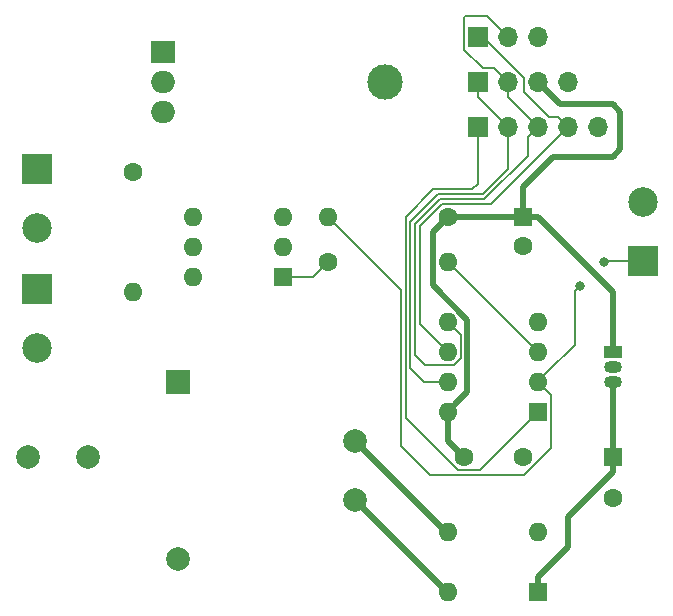
<source format=gtl>
G04 #@! TF.GenerationSoftware,KiCad,Pcbnew,5.0.0+dfsg1-2~bpo9+1*
G04 #@! TF.CreationDate,2018-10-31T22:12:08+01:00*
G04 #@! TF.ProjectId,minipid,6D696E697069642E6B696361645F7063,rev?*
G04 #@! TF.SameCoordinates,Original*
G04 #@! TF.FileFunction,Copper,L1,Top,Signal*
G04 #@! TF.FilePolarity,Positive*
%FSLAX46Y46*%
G04 Gerber Fmt 4.6, Leading zero omitted, Abs format (unit mm)*
G04 Created by KiCad (PCBNEW 5.0.0+dfsg1-2~bpo9+1) date Wed Oct 31 22:12:08 2018*
%MOMM*%
%LPD*%
G01*
G04 APERTURE LIST*
G04 #@! TA.AperFunction,ComponentPad*
%ADD10C,2.000000*%
G04 #@! TD*
G04 #@! TA.AperFunction,ComponentPad*
%ADD11R,2.000000X2.000000*%
G04 #@! TD*
G04 #@! TA.AperFunction,ComponentPad*
%ADD12C,3.000000*%
G04 #@! TD*
G04 #@! TA.AperFunction,ComponentPad*
%ADD13O,1.600000X1.600000*%
G04 #@! TD*
G04 #@! TA.AperFunction,ComponentPad*
%ADD14R,1.600000X1.600000*%
G04 #@! TD*
G04 #@! TA.AperFunction,ComponentPad*
%ADD15R,2.000000X1.905000*%
G04 #@! TD*
G04 #@! TA.AperFunction,ComponentPad*
%ADD16O,2.000000X1.905000*%
G04 #@! TD*
G04 #@! TA.AperFunction,ComponentPad*
%ADD17O,1.500000X1.050000*%
G04 #@! TD*
G04 #@! TA.AperFunction,ComponentPad*
%ADD18R,1.500000X1.050000*%
G04 #@! TD*
G04 #@! TA.AperFunction,ComponentPad*
%ADD19C,1.600000*%
G04 #@! TD*
G04 #@! TA.AperFunction,ComponentPad*
%ADD20R,2.500000X2.500000*%
G04 #@! TD*
G04 #@! TA.AperFunction,ComponentPad*
%ADD21C,2.500000*%
G04 #@! TD*
G04 #@! TA.AperFunction,ComponentPad*
%ADD22R,1.700000X1.700000*%
G04 #@! TD*
G04 #@! TA.AperFunction,ComponentPad*
%ADD23O,1.700000X1.700000*%
G04 #@! TD*
G04 #@! TA.AperFunction,ViaPad*
%ADD24C,0.800000*%
G04 #@! TD*
G04 #@! TA.AperFunction,Conductor*
%ADD25C,0.500000*%
G04 #@! TD*
G04 #@! TA.AperFunction,Conductor*
%ADD26C,0.200000*%
G04 #@! TD*
G04 APERTURE END LIST*
D10*
G04 #@! TO.P,TR1,7*
G04 #@! TO.N,Net-(D1-Pad3)*
X81510000Y-128410000D03*
G04 #@! TO.P,TR1,6*
G04 #@! TO.N,Net-(D1-Pad4)*
X81510000Y-133410000D03*
G04 #@! TO.P,TR1,4*
G04 #@! TO.N,Net-(F1-Pad2)*
X66510000Y-138410000D03*
D11*
G04 #@! TO.P,TR1,1*
G04 #@! TO.N,Net-(J1-Pad1)*
X66510000Y-123410000D03*
G04 #@! TD*
D12*
G04 #@! TO.P,HS1,1*
G04 #@! TO.N,Net-(HS1-Pad1)*
X84036000Y-98010000D03*
G04 #@! TD*
D13*
G04 #@! TO.P,D1,4*
G04 #@! TO.N,Net-(D1-Pad4)*
X89370000Y-141190000D03*
G04 #@! TO.P,D1,2*
G04 #@! TO.N,GND*
X96990000Y-136110000D03*
G04 #@! TO.P,D1,3*
G04 #@! TO.N,Net-(D1-Pad3)*
X89370000Y-136110000D03*
D14*
G04 #@! TO.P,D1,1*
G04 #@! TO.N,Net-(C2-Pad1)*
X96990000Y-141190000D03*
G04 #@! TD*
D15*
G04 #@! TO.P,D2,1*
G04 #@! TO.N,Net-(D2-Pad1)*
X65240000Y-95470000D03*
D16*
G04 #@! TO.P,D2,2*
G04 #@! TO.N,Net-(D2-Pad2)*
X65240000Y-98010000D03*
G04 #@! TO.P,D2,3*
G04 #@! TO.N,Net-(D2-Pad3)*
X65240000Y-100550000D03*
G04 #@! TD*
D17*
G04 #@! TO.P,U2,2*
G04 #@! TO.N,GND*
X103340000Y-122140000D03*
G04 #@! TO.P,U2,3*
G04 #@! TO.N,Net-(C2-Pad1)*
X103340000Y-123410000D03*
D18*
G04 #@! TO.P,U2,1*
G04 #@! TO.N,VCC*
X103340000Y-120870000D03*
G04 #@! TD*
D14*
G04 #@! TO.P,U3,1*
G04 #@! TO.N,Net-(R1-Pad1)*
X75400000Y-114520000D03*
D13*
G04 #@! TO.P,U3,4*
G04 #@! TO.N,Net-(D2-Pad3)*
X67780000Y-109440000D03*
G04 #@! TO.P,U3,2*
G04 #@! TO.N,GND*
X75400000Y-111980000D03*
G04 #@! TO.P,U3,5*
G04 #@! TO.N,Net-(U3-Pad5)*
X67780000Y-111980000D03*
G04 #@! TO.P,U3,3*
G04 #@! TO.N,Net-(U3-Pad3)*
X75400000Y-109440000D03*
G04 #@! TO.P,U3,6*
G04 #@! TO.N,Net-(R2-Pad2)*
X67780000Y-114520000D03*
G04 #@! TD*
D14*
G04 #@! TO.P,U1,1*
G04 #@! TO.N,RST#*
X96990000Y-125950000D03*
D13*
G04 #@! TO.P,U1,5*
G04 #@! TO.N,MOSI_SDA_RX*
X89370000Y-118330000D03*
G04 #@! TO.P,U1,2*
G04 #@! TO.N,AIN*
X96990000Y-123410000D03*
G04 #@! TO.P,U1,6*
G04 #@! TO.N,MISO_TX*
X89370000Y-120870000D03*
G04 #@! TO.P,U1,3*
G04 #@! TO.N,OUT*
X96990000Y-120870000D03*
G04 #@! TO.P,U1,7*
G04 #@! TO.N,SCK_SCL*
X89370000Y-123410000D03*
G04 #@! TO.P,U1,4*
G04 #@! TO.N,GND*
X96990000Y-118330000D03*
G04 #@! TO.P,U1,8*
G04 #@! TO.N,VCC*
X89370000Y-125950000D03*
G04 #@! TD*
D14*
G04 #@! TO.P,C3,1*
G04 #@! TO.N,VCC*
X95720000Y-109440000D03*
D19*
G04 #@! TO.P,C3,2*
G04 #@! TO.N,GND*
X95720000Y-111940000D03*
G04 #@! TD*
D14*
G04 #@! TO.P,C2,1*
G04 #@! TO.N,Net-(C2-Pad1)*
X103340000Y-129760000D03*
D19*
G04 #@! TO.P,C2,2*
G04 #@! TO.N,GND*
X103340000Y-133260000D03*
G04 #@! TD*
G04 #@! TO.P,C1,1*
G04 #@! TO.N,VCC*
X90720000Y-129760000D03*
G04 #@! TO.P,C1,2*
G04 #@! TO.N,GND*
X95720000Y-129760000D03*
G04 #@! TD*
D13*
G04 #@! TO.P,R1,2*
G04 #@! TO.N,OUT*
X89370000Y-113250000D03*
D19*
G04 #@! TO.P,R1,1*
G04 #@! TO.N,Net-(R1-Pad1)*
X79210000Y-113250000D03*
G04 #@! TD*
G04 #@! TO.P,R3,1*
G04 #@! TO.N,VCC*
X89370000Y-109440000D03*
D13*
G04 #@! TO.P,R3,2*
G04 #@! TO.N,AIN*
X79210000Y-109440000D03*
G04 #@! TD*
D20*
G04 #@! TO.P,J1,1*
G04 #@! TO.N,Net-(J1-Pad1)*
X54610000Y-115570000D03*
D21*
G04 #@! TO.P,J1,2*
G04 #@! TO.N,Net-(F1-Pad1)*
X54610000Y-120570000D03*
G04 #@! TD*
G04 #@! TO.P,J2,2*
G04 #@! TO.N,Net-(D2-Pad2)*
X54610000Y-110410000D03*
D20*
G04 #@! TO.P,J2,1*
G04 #@! TO.N,Net-(D2-Pad1)*
X54610000Y-105410000D03*
G04 #@! TD*
G04 #@! TO.P,J3,1*
G04 #@! TO.N,AIN*
X105880000Y-113170000D03*
D21*
G04 #@! TO.P,J3,2*
G04 #@! TO.N,GND*
X105880000Y-108170000D03*
G04 #@! TD*
D22*
G04 #@! TO.P,J4,1*
G04 #@! TO.N,RST#*
X91910000Y-101820000D03*
D23*
G04 #@! TO.P,J4,2*
G04 #@! TO.N,SCK_SCL*
X94450000Y-101820000D03*
G04 #@! TO.P,J4,3*
G04 #@! TO.N,MOSI_SDA_RX*
X96990000Y-101820000D03*
G04 #@! TO.P,J4,4*
G04 #@! TO.N,MISO_TX*
X99530000Y-101820000D03*
G04 #@! TO.P,J4,5*
G04 #@! TO.N,GND*
X102070000Y-101820000D03*
G04 #@! TD*
D22*
G04 #@! TO.P,J5,1*
G04 #@! TO.N,SCK_SCL*
X91910000Y-98010000D03*
D23*
G04 #@! TO.P,J5,2*
G04 #@! TO.N,MOSI_SDA_RX*
X94450000Y-98010000D03*
G04 #@! TO.P,J5,3*
G04 #@! TO.N,VCC*
X96990000Y-98010000D03*
G04 #@! TO.P,J5,4*
G04 #@! TO.N,GND*
X99530000Y-98010000D03*
G04 #@! TD*
D22*
G04 #@! TO.P,J6,1*
G04 #@! TO.N,MISO_TX*
X91910000Y-94200000D03*
D23*
G04 #@! TO.P,J6,2*
G04 #@! TO.N,MOSI_SDA_RX*
X94450000Y-94200000D03*
G04 #@! TO.P,J6,3*
G04 #@! TO.N,GND*
X96990000Y-94200000D03*
G04 #@! TD*
D10*
G04 #@! TO.P,F1,1*
G04 #@! TO.N,Net-(F1-Pad1)*
X53810000Y-129760000D03*
G04 #@! TO.P,F1,2*
G04 #@! TO.N,Net-(F1-Pad2)*
X58890000Y-129770000D03*
G04 #@! TD*
D19*
G04 #@! TO.P,R2,1*
G04 #@! TO.N,Net-(D2-Pad2)*
X62700000Y-105630000D03*
D13*
G04 #@! TO.P,R2,2*
G04 #@! TO.N,Net-(R2-Pad2)*
X62700000Y-115790000D03*
G04 #@! TD*
D24*
G04 #@! TO.N,AIN*
X102578000Y-113250000D03*
X100546000Y-115282000D03*
G04 #@! TD*
D25*
G04 #@! TO.N,Net-(D1-Pad3)*
X89210000Y-136110000D02*
X89370000Y-136110000D01*
X81510000Y-128410000D02*
X89210000Y-136110000D01*
G04 #@! TO.N,Net-(D1-Pad4)*
X89290000Y-141190000D02*
X89370000Y-141190000D01*
X81510000Y-133410000D02*
X89290000Y-141190000D01*
D26*
G04 #@! TO.N,RST#*
X91910000Y-101820000D02*
X91910000Y-106646000D01*
X91452800Y-107103200D02*
X88150800Y-107103200D01*
X91910000Y-106646000D02*
X91452800Y-107103200D01*
X92079999Y-130860001D02*
X96990000Y-125950000D01*
X90191999Y-130860001D02*
X92079999Y-130860001D01*
X85799969Y-126467971D02*
X90191999Y-130860001D01*
X85799969Y-109454031D02*
X85799969Y-126467971D01*
X88150800Y-107103200D02*
X85799969Y-109454031D01*
G04 #@! TO.N,AIN*
X97789999Y-124209999D02*
X96990000Y-123410000D01*
X79210000Y-109440000D02*
X85399959Y-115629959D01*
X98090001Y-124510001D02*
X97789999Y-124209999D01*
X98090001Y-129018001D02*
X98090001Y-124510001D01*
X85399959Y-115629959D02*
X85399959Y-128837959D01*
X95847991Y-131260011D02*
X98090001Y-129018001D01*
X85399959Y-128837959D02*
X87822011Y-131260011D01*
X87822011Y-131260011D02*
X95847991Y-131260011D01*
X105880000Y-113170000D02*
X102658000Y-113170000D01*
X102658000Y-113170000D02*
X102578000Y-113250000D01*
X97789999Y-122610001D02*
X96990000Y-123410000D01*
X100146001Y-120253999D02*
X97789999Y-122610001D01*
X100146001Y-115681999D02*
X100146001Y-120253999D01*
X100546000Y-115282000D02*
X100146001Y-115681999D01*
G04 #@! TO.N,OUT*
X90169999Y-114049999D02*
X96990000Y-120870000D01*
X89370000Y-113250000D02*
X90169999Y-114049999D01*
G04 #@! TO.N,MOSI_SDA_RX*
X92672000Y-92422000D02*
X90894000Y-92422000D01*
X94450000Y-94200000D02*
X92672000Y-92422000D01*
X92329997Y-96859999D02*
X93299999Y-96859999D01*
X90759999Y-95290001D02*
X92329997Y-96859999D01*
X93600001Y-97160001D02*
X94450000Y-98010000D01*
X93299999Y-96859999D02*
X93600001Y-97160001D01*
X90759999Y-92556001D02*
X90759999Y-95290001D01*
X90894000Y-92422000D02*
X90759999Y-92556001D01*
X94450000Y-99280000D02*
X96990000Y-101820000D01*
X94450000Y-98010000D02*
X94450000Y-99280000D01*
X88676310Y-107939989D02*
X86599989Y-110016310D01*
X92451709Y-107939989D02*
X88676310Y-107939989D01*
X96140001Y-104251697D02*
X92451709Y-107939989D01*
X96990000Y-101820000D02*
X96140001Y-102669999D01*
X86599989Y-110016310D02*
X86599989Y-121147989D01*
X96140001Y-102669999D02*
X96140001Y-104251697D01*
X90169999Y-119129999D02*
X89370000Y-118330000D01*
X90470001Y-119430001D02*
X90169999Y-119129999D01*
X90470001Y-121398001D02*
X90470001Y-119430001D01*
X87422001Y-121970001D02*
X89898001Y-121970001D01*
X89898001Y-121970001D02*
X90470001Y-121398001D01*
X86599989Y-121147989D02*
X87422001Y-121970001D01*
G04 #@! TO.N,MISO_TX*
X97970090Y-100970001D02*
X98680001Y-100970001D01*
X95839999Y-97697997D02*
X95839999Y-98839910D01*
X95839999Y-98839910D02*
X97970090Y-100970001D01*
X92342002Y-94200000D02*
X95839999Y-97697997D01*
X98680001Y-100970001D02*
X99530000Y-101820000D01*
X91910000Y-94200000D02*
X92342002Y-94200000D01*
X88841999Y-108339999D02*
X86999999Y-110181999D01*
X99530000Y-101820000D02*
X93010001Y-108339999D01*
X93010001Y-108339999D02*
X88841999Y-108339999D01*
X86999999Y-118499999D02*
X89370000Y-120870000D01*
X86999999Y-110181999D02*
X86999999Y-118499999D01*
G04 #@! TO.N,SCK_SCL*
X91910000Y-99280000D02*
X94450000Y-101820000D01*
X91910000Y-98010000D02*
X91910000Y-99280000D01*
X94450000Y-101820000D02*
X94450000Y-105376000D01*
X86199979Y-109850621D02*
X86199979Y-122271979D01*
X88547391Y-107503210D02*
X86199979Y-109850621D01*
X94450000Y-105376000D02*
X92322790Y-107503210D01*
X92322790Y-107503210D02*
X88547391Y-107503210D01*
X87338000Y-123410000D02*
X89370000Y-123410000D01*
X86199979Y-122271979D02*
X87338000Y-123410000D01*
D25*
G04 #@! TO.N,VCC*
X95720000Y-109440000D02*
X89370000Y-109440000D01*
X103340000Y-119845000D02*
X103340000Y-120870000D01*
X103340000Y-115760000D02*
X103340000Y-119845000D01*
X97020000Y-109440000D02*
X103340000Y-115760000D01*
X95720000Y-109440000D02*
X97020000Y-109440000D01*
X103340000Y-104360000D02*
X98260000Y-104360000D01*
X103340000Y-99915000D02*
X103975000Y-100550000D01*
X103975000Y-100550000D02*
X103975000Y-103725000D01*
X96990000Y-98010000D02*
X98895000Y-99915000D01*
X103975000Y-103725000D02*
X103340000Y-104360000D01*
X98895000Y-99915000D02*
X103340000Y-99915000D01*
X98260000Y-104360000D02*
X95720000Y-106900000D01*
X95720000Y-106900000D02*
X95720000Y-109440000D01*
X89370000Y-128410000D02*
X90720000Y-129760000D01*
X89370000Y-125950000D02*
X89370000Y-128410000D01*
X90169999Y-125150001D02*
X89370000Y-125950000D01*
X91020011Y-118130009D02*
X91020011Y-124299989D01*
X88119999Y-115229997D02*
X91020011Y-118130009D01*
X91020011Y-124299989D02*
X90169999Y-125150001D01*
X88119999Y-110690001D02*
X88119999Y-115229997D01*
X89370000Y-109440000D02*
X88119999Y-110690001D01*
G04 #@! TO.N,Net-(C2-Pad1)*
X103340000Y-123410000D02*
X103340000Y-129760000D01*
X103340000Y-131060000D02*
X99530000Y-134870000D01*
X103340000Y-129760000D02*
X103340000Y-131060000D01*
X96990000Y-139890000D02*
X96990000Y-141190000D01*
X99530000Y-137350000D02*
X96990000Y-139890000D01*
X99530000Y-134870000D02*
X99530000Y-137350000D01*
D26*
G04 #@! TO.N,Net-(R1-Pad1)*
X77940000Y-114520000D02*
X79210000Y-113250000D01*
X75400000Y-114520000D02*
X77940000Y-114520000D01*
G04 #@! TD*
M02*

</source>
